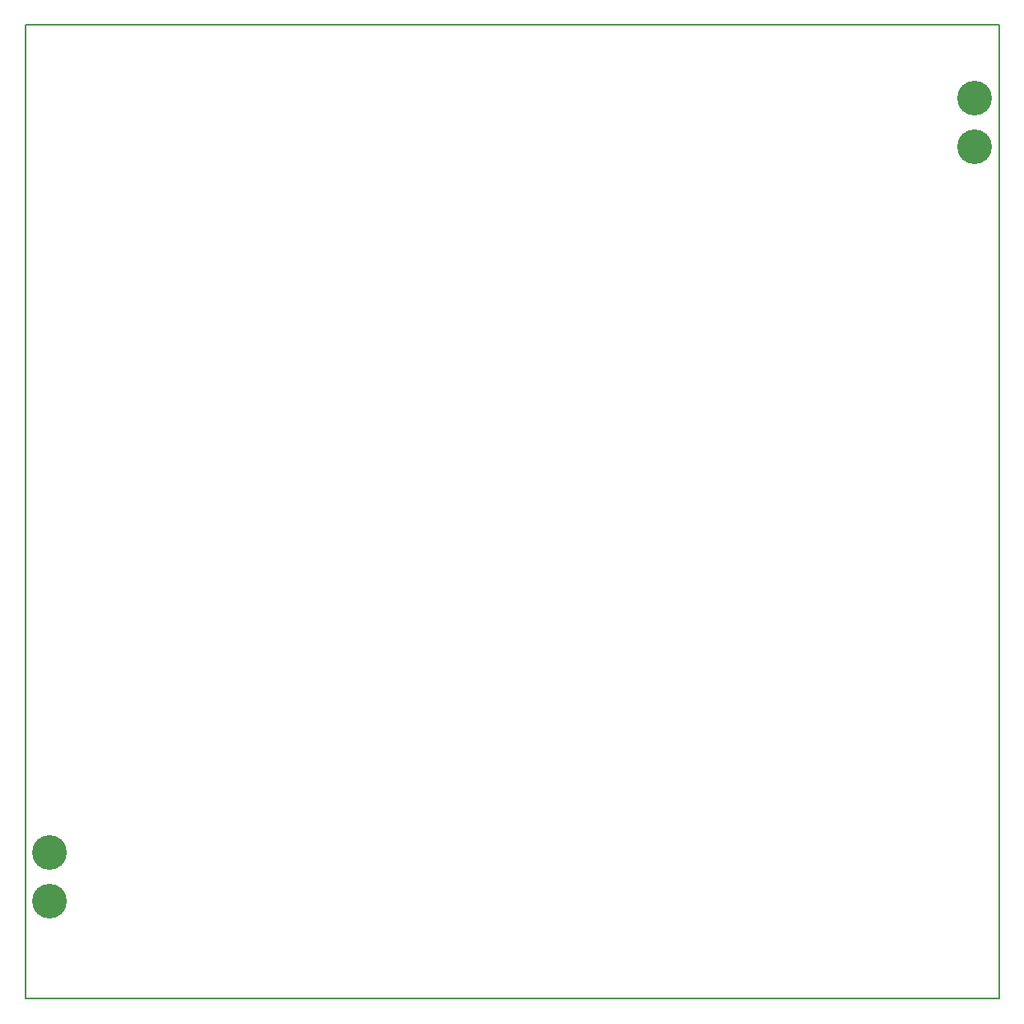
<source format=gbr>
G04 PROTEUS RS274X GERBER FILE*
%FSLAX45Y45*%
%MOMM*%
G01*
%ADD16C,3.556000*%
%ADD12C,0.203200*%
D16*
X-10500000Y-9000000D03*
X-10500000Y-9500000D03*
X-1000000Y-1250000D03*
X-1000000Y-1750000D03*
D12*
X-10750000Y-10500000D02*
X-750000Y-10500000D01*
X-750000Y-500000D01*
X-10750000Y-500000D01*
X-10750000Y-10500000D01*
M02*

</source>
